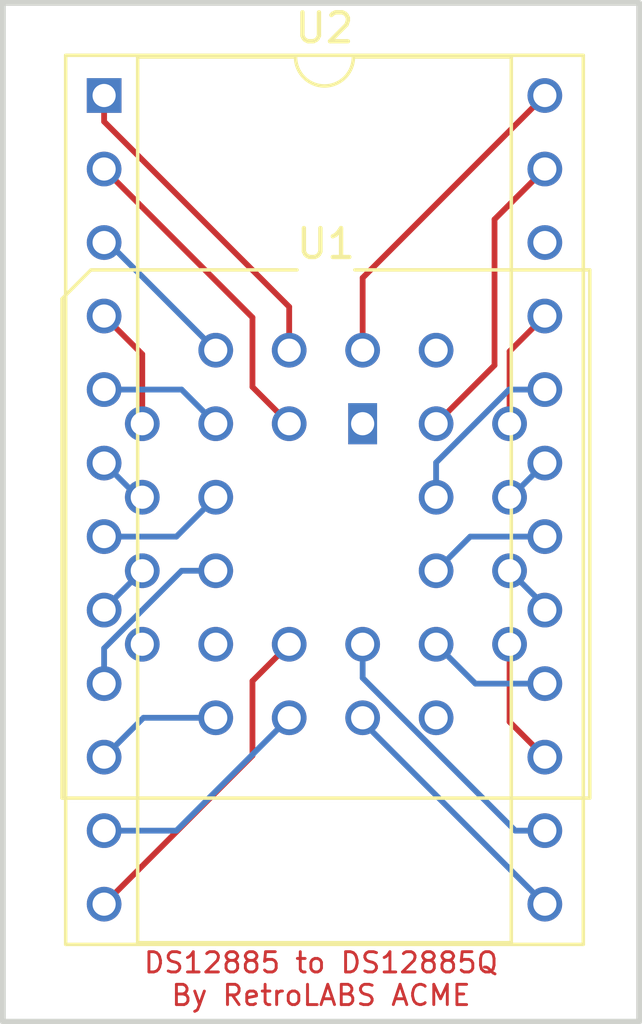
<source format=kicad_pcb>
(kicad_pcb (version 20240108) (generator "pcbnew") (generator_version "8.0")
  (layers (0 "F.Cu" signal) (31 "B.Cu" signal) (34 "B.Paste" user) (35 "F.Paste" user) (36 "B.SilkS" user "B.Silkscreen") (37 "F.SilkS" user "F.Silkscreen") (38 "B.Mask" user) (39 "F.Mask" user) (44 "Edge.Cuts" user))
  (net 0 "")
  (net 1 "Net-(U1-~{CS})")
  (net 2 "Net-(U1-AD7)")
  (net 3 "Net-(U1-X1)")
  (net 4 "Net-(U1-GND__1)")
  (net 6 "Net-(U1-DS)")
  (net 8 "Net-(U1-MOT)")
  (net 9 "Net-(U1-AD3)")
  (net 10 "Net-(U1-AS)")
  (net 11 "Net-(U1-AD1)")
  (net 12 "Net-(U1-AD2)")
  (net 13 "Net-(U1-~{IRQ})")
  (net 14 "Net-(U1-R{slash}*W)")
  (net 15 "Net-(U1-X2)")
  (net 16 "Net-(U1-AD5)")
  (net 17 "Net-(U1-AD4)")
  (net 18 "Net-(U1-VCC)")
  (net 19 "Net-(U1-GND)")
  (net 21 "Net-(U1-~{RCLR})")
  (net 22 "Net-(U1-VBAT)")
  (net 23 "Net-(U1-AD0)")
  (net 25 "Net-(U1-AD6)")
  (net 26 "Net-(U1-SQW)")
  (net 27 "Net-(U1-~{RESET})")
  (footprint "Package_LCC:PLCC-28_THT-Socket" (layer "F.Cu") (at 123.94 82.34)
    (property "Reference" "U1" (at -1.27 -6.215 0) (layer "F.SilkS"))
    (property "Value" "DS12885Q")
    (fp_line (start -10.395 -4.315) (end -10.395 12.935) (stroke (width 0.12)) (layer "F.SilkS"))
    (fp_line (start -10.395 12.935) (end 7.855 12.935) (stroke (width 0.12)) (layer "F.SilkS"))
    (fp_line (start -9.395 -5.315) (end -10.395 -4.315) (stroke (width 0.12)) (layer "F.SilkS"))
    (fp_line (start -2.27 -5.315) (end -9.395 -5.315) (stroke (width 0.12)) (layer "F.SilkS"))
    (fp_line (start 7.855 -5.315) (end -0.27 -5.315) (stroke (width 0.12)) (layer "F.SilkS"))
    (fp_line (start 7.855 12.935) (end 7.855 -5.315) (stroke (width 0.12)) (layer "F.SilkS"))
    (pad "1" thru_hole rect (at 0 0) (size 1 1.4224) (drill 0.8) (layers "*.Cu" "*.Mask"))
    (pad "2" thru_hole circle (at -2.54 -2.54) (size 1.2 1) (drill 0.8) (layers "*.Cu" "*.Mask") (net 8 "Net-(U1-MOT)"))
    (pad "3" thru_hole circle (at -2.54 0) (size 1.2 1) (drill 0.8) (layers "*.Cu" "*.Mask") (net 3 "Net-(U1-X1)"))
    (pad "4" thru_hole circle (at -5.08 -2.54) (size 1.2 1) (drill 0.8) (layers "*.Cu" "*.Mask") (net 15 "Net-(U1-X2)"))
    (pad "5" thru_hole circle (at -7.62 0) (size 1.2 1) (drill 0.8) (layers "*.Cu" "*.Mask") (net 23 "Net-(U1-AD0)"))
    (pad "6" thru_hole circle (at -5.08 0) (size 1.2 1) (drill 0.8) (layers "*.Cu" "*.Mask") (net 11 "Net-(U1-AD1)"))
    (pad "7" thru_hole circle (at -7.62 2.54) (size 1.2 1) (drill 0.8) (layers "*.Cu" "*.Mask") (net 12 "Net-(U1-AD2)"))
    (pad "8" thru_hole circle (at -5.08 2.54) (size 1.2 1) (drill 0.8) (layers "*.Cu" "*.Mask") (net 9 "Net-(U1-AD3)"))
    (pad "9" thru_hole circle (at -7.62 5.08) (size 1.2 1) (drill 0.8) (layers "*.Cu" "*.Mask") (net 17 "Net-(U1-AD4)"))
    (pad "10" thru_hole circle (at -5.08 5.08) (size 1.2 1) (drill 0.8) (layers "*.Cu" "*.Mask") (net 16 "Net-(U1-AD5)"))
    (pad "11" thru_hole circle (at -7.62 7.62) (size 1.2 1) (drill 0.8) (layers "*.Cu" "*.Mask"))
    (pad "12" thru_hole circle (at -5.08 10.16) (size 1.2 1) (drill 0.8) (layers "*.Cu" "*.Mask") (net 25 "Net-(U1-AD6)"))
    (pad "13" thru_hole circle (at -5.08 7.62) (size 1.2 1) (drill 0.8) (layers "*.Cu" "*.Mask"))
    (pad "14" thru_hole circle (at -2.54 10.16) (size 1.2 1) (drill 0.8) (layers "*.Cu" "*.Mask") (net 2 "Net-(U1-AD7)"))
    (pad "15" thru_hole circle (at -2.54 7.62) (size 1.2 1) (drill 0.8) (layers "*.Cu" "*.Mask") (net 19 "Net-(U1-GND)"))
    (pad "16" thru_hole circle (at 0 10.16) (size 1.2 1) (drill 0.8) (layers "*.Cu" "*.Mask") (net 1 "Net-(U1-~{CS})"))
    (pad "17" thru_hole circle (at 0 7.62) (size 1.2 1) (drill 0.8) (layers "*.Cu" "*.Mask") (net 10 "Net-(U1-AS)"))
    (pad "18" thru_hole circle (at 2.54 10.16) (size 1.2 1) (drill 0.8) (layers "*.Cu" "*.Mask"))
    (pad "19" thru_hole circle (at 5.08 7.62) (size 1.2 1) (drill 0.8) (layers "*.Cu" "*.Mask") (net 14 "Net-(U1-R{slash}*W)"))
    (pad "20" thru_hole circle (at 2.54 7.62) (size 1.2 1) (drill 0.8) (layers "*.Cu" "*.Mask") (net 4 "Net-(U1-GND__1)"))
    (pad "21" thru_hole circle (at 5.08 5.08) (size 1.2 1) (drill 0.8) (layers "*.Cu" "*.Mask") (net 6 "Net-(U1-DS)"))
    (pad "22" thru_hole circle (at 2.54 5.08) (size 1.2 1) (drill 0.8) (layers "*.Cu" "*.Mask") (net 27 "Net-(U1-~{RESET})"))
    (pad "23" thru_hole circle (at 5.08 2.54) (size 1.2 1) (drill 0.8) (layers "*.Cu" "*.Mask") (net 13 "Net-(U1-~{IRQ})"))
    (pad "24" thru_hole circle (at 2.54 2.54) (size 1.2 1) (drill 0.8) (layers "*.Cu" "*.Mask") (net 22 "Net-(U1-VBAT)"))
    (pad "25" thru_hole circle (at 5.08 0) (size 1.2 1) (drill 0.8) (layers "*.Cu" "*.Mask") (net 21 "Net-(U1-~{RCLR})"))
    (pad "26" thru_hole circle (at 2.54 -2.54) (size 1.2 1) (drill 0.8) (layers "*.Cu" "*.Mask"))
    (pad "27" thru_hole circle (at 2.54 0) (size 1.2 1) (drill 0.8) (layers "*.Cu" "*.Mask") (net 26 "Net-(U1-SQW)"))
    (pad "28" thru_hole circle (at 0 -2.54) (size 1.2 1) (drill 0.8) (layers "*.Cu" "*.Mask") (net 18 "Net-(U1-VCC)"))
  )
  (footprint "Package_DIP:DIP-24_W15.24mm_Socket" (layer "F.Cu") (at 115 71)
    (property "Reference" "U2" (at 7.62 -2.33 0) (layer "F.SilkS"))
    (property "Value" "DS12885_" (hide yes))
    (fp_line (start -1.33 -1.39) (end -1.33 29.33) (stroke (width 0.12)) (layer "F.SilkS"))
    (fp_line (start -1.33 29.33) (end 16.57 29.33) (stroke (width 0.12)) (layer "F.SilkS"))
    (fp_line (start 1.16 -1.33) (end 1.16 29.27) (stroke (width 0.12)) (layer "F.SilkS"))
    (fp_line (start 1.16 29.27) (end 14.08 29.27) (stroke (width 0.12)) (layer "F.SilkS"))
    (fp_line (start 6.62 -1.33) (end 1.16 -1.33) (stroke (width 0.12)) (layer "F.SilkS"))
    (fp_line (start 14.08 -1.33) (end 8.62 -1.33) (stroke (width 0.12)) (layer "F.SilkS"))
    (fp_line (start 14.08 29.27) (end 14.08 -1.33) (stroke (width 0.12)) (layer "F.SilkS"))
    (fp_line (start 16.57 -1.39) (end -1.33 -1.39) (stroke (width 0.12)) (layer "F.SilkS"))
    (fp_line (start 16.57 29.33) (end 16.57 -1.39) (stroke (width 0.12)) (layer "F.SilkS"))
    (fp_arc (start 8.62 -1.33) (mid 7.62 -0.33) (end 6.62 -1.33) (stroke (width 0.12)) (layer "F.SilkS"))
    (pad "1" thru_hole rect (at 0 0) (size 1.2 1.2) (drill 0.8) (layers "*.Cu" "*.Mask") (net 8 "Net-(U1-MOT)"))
    (pad "2" thru_hole circle (at 0 2.54) (size 1.2 1) (drill 0.8) (layers "*.Cu" "*.Mask") (net 3 "Net-(U1-X1)"))
    (pad "3" thru_hole circle (at 0 5.08) (size 1.2 1) (drill 0.8) (layers "*.Cu" "*.Mask") (net 15 "Net-(U1-X2)"))
    (pad "4" thru_hole circle (at 0 7.62) (size 1.2 1) (drill 0.8) (layers "*.Cu" "*.Mask") (net 23 "Net-(U1-AD0)"))
    (pad "5" thru_hole circle (at 0 10.16) (size 1.2 1) (drill 0.8) (layers "*.Cu" "*.Mask") (net 11 "Net-(U1-AD1)"))
    (pad "6" thru_hole circle (at 0 12.7) (size 1.2 1) (drill 0.8) (layers "*.Cu" "*.Mask") (net 12 "Net-(U1-AD2)"))
    (pad "7" thru_hole circle (at 0 15.24) (size 1.2 1) (drill 0.8) (layers "*.Cu" "*.Mask") (net 9 "Net-(U1-AD3)"))
    (pad "8" thru_hole circle (at 0 17.78) (size 1.2 1) (drill 0.8) (layers "*.Cu" "*.Mask") (net 17 "Net-(U1-AD4)"))
    (pad "9" thru_hole circle (at 0 20.32) (size 1.2 1) (drill 0.8) (layers "*.Cu" "*.Mask") (net 16 "Net-(U1-AD5)"))
    (pad "10" thru_hole circle (at 0 22.86) (size 1.2 1) (drill 0.8) (layers "*.Cu" "*.Mask") (net 25 "Net-(U1-AD6)"))
    (pad "11" thru_hole circle (at 0 25.4) (size 1.2 1) (drill 0.8) (layers "*.Cu" "*.Mask") (net 2 "Net-(U1-AD7)"))
    (pad "12" thru_hole circle (at 0 27.94) (size 1.2 1) (drill 0.8) (layers "*.Cu" "*.Mask") (net 19 "Net-(U1-GND)"))
    (pad "13" thru_hole circle (at 15.24 27.94) (size 1.2 1) (drill 0.8) (layers "*.Cu" "*.Mask") (net 1 "Net-(U1-~{CS})"))
    (pad "14" thru_hole circle (at 15.24 25.4) (size 1.2 1) (drill 0.8) (layers "*.Cu" "*.Mask") (net 10 "Net-(U1-AS)"))
    (pad "15" thru_hole circle (at 15.24 22.86) (size 1.2 1) (drill 0.8) (layers "*.Cu" "*.Mask") (net 14 "Net-(U1-R{slash}*W)"))
    (pad "16" thru_hole circle (at 15.24 20.32) (size 1.2 1) (drill 0.8) (layers "*.Cu" "*.Mask") (net 4 "Net-(U1-GND__1)"))
    (pad "17" thru_hole circle (at 15.24 17.78) (size 1.2 1) (drill 0.8) (layers "*.Cu" "*.Mask") (net 6 "Net-(U1-DS)"))
    (pad "18" thru_hole circle (at 15.24 15.24) (size 1.2 1) (drill 0.8) (layers "*.Cu" "*.Mask") (net 27 "Net-(U1-~{RESET})"))
    (pad "19" thru_hole circle (at 15.24 12.7) (size 1.2 1) (drill 0.8) (layers "*.Cu" "*.Mask") (net 13 "Net-(U1-~{IRQ})"))
    (pad "20" thru_hole circle (at 15.24 10.16) (size 1.2 1) (drill 0.8) (layers "*.Cu" "*.Mask") (net 22 "Net-(U1-VBAT)"))
    (pad "21" thru_hole circle (at 15.24 7.62) (size 1.2 1) (drill 0.8) (layers "*.Cu" "*.Mask") (net 21 "Net-(U1-~{RCLR})"))
    (pad "22" thru_hole circle (at 15.24 5.08) (size 1.2 1) (drill 0.8) (layers "*.Cu" "*.Mask"))
    (pad "23" thru_hole circle (at 15.24 2.54) (size 1.2 1) (drill 0.8) (layers "*.Cu" "*.Mask") (net 26 "Net-(U1-SQW)"))
    (pad "24" thru_hole circle (at 15.24 0) (size 1.2 1) (drill 0.8) (layers "*.Cu" "*.Mask") (net 18 "Net-(U1-VCC)"))
  )
  (gr_rect (start 111.5 67.8) (end 133.5 103) (stroke (width 0.2)) (fill none) (layer "Edge.Cuts"))
  (gr_text "DS12885 to DS12885Q\nBy RetroLABS ACME" (at 122.5 102.5 0) (layer "F.Cu") (effects (font (size 0.7 0.7) (thickness 0.1)) (justify bottom)))
  (segment (start 123.94 92.64) (end 130.24 98.94) (width 0.2) (layer "B.Cu") (net 1))
  (segment (start 123.94 92.5) (end 123.94 92.64) (width 0.2) (layer "B.Cu") (net 1))
  (segment (start 117.5 96.4) (end 115 96.4) (width 0.2) (layer "B.Cu") (net 2))
  (segment (start 121.4 92.5) (end 117.5 96.4) (width 0.2) (layer "B.Cu") (net 2))
  (segment (start 120.1301 78.6701) (end 115 73.54) (width 0.2) (layer "F.Cu") (net 3))
  (segment (start 121.4 82.34) (end 120.1301 81.0701) (width 0.2) (layer "F.Cu") (net 3))
  (segment (start 120.1301 81.0701) (end 120.1301 78.6701) (width 0.2) (layer "F.Cu") (net 3))
  (segment (start 127.84 91.32) (end 130.24 91.32) (width 0.2) (layer "B.Cu") (net 4))
  (segment (start 126.48 89.96) (end 127.84 91.32) (width 0.2) (layer "B.Cu") (net 4))
  (segment (start 129.02 87.42) (end 130.24 88.64) (width 0.2) (layer "B.Cu") (net 6))
  (segment (start 130.24 88.64) (end 130.24 88.78) (width 0.2) (layer "B.Cu") (net 6))
  (segment (start 121.4 79.8) (end 121.4 78.3017) (width 0.2) (layer "F.Cu") (net 8))
  (segment (start 121.4 78.3017) (end 115 71.9017) (width 0.2) (layer "F.Cu") (net 8))
  (segment (start 115 71) (end 115 71.9017) (width 0.2) (layer "F.Cu") (net 8))
  (segment (start 117.5 86.24) (end 115 86.24) (width 0.2) (layer "B.Cu") (net 9))
  (segment (start 118.86 84.88) (end 117.5 86.24) (width 0.2) (layer "B.Cu") (net 9))
  (segment (start 123.94 89.96) (end 123.94 91.1237) (width 0.2) (layer "B.Cu") (net 10))
  (segment (start 123.94 91.1237) (end 129.2163 96.4) (width 0.2) (layer "B.Cu") (net 10))
  (segment (start 129.2163 96.4) (end 130.24 96.4) (width 0.2) (layer "B.Cu") (net 10))
  (segment (start 117.68 81.16) (end 115 81.16) (width 0.2) (layer "B.Cu") (net 11))
  (segment (start 118.86 82.34) (end 117.68 81.16) (width 0.2) (layer "B.Cu") (net 11))
  (segment (start 116.18 84.88) (end 115 83.7) (width 0.2) (layer "B.Cu") (net 12))
  (segment (start 116.32 84.88) (end 116.18 84.88) (width 0.2) (layer "B.Cu") (net 12))
  (segment (start 129.02 84.88) (end 129.06 84.88) (width 0.2) (layer "B.Cu") (net 13))
  (segment (start 129.06 84.88) (end 130.24 83.7) (width 0.2) (layer "B.Cu") (net 13))
  (segment (start 129.02 92.64) (end 130.24 93.86) (width 0.2) (layer "F.Cu") (net 14))
  (segment (start 129.02 89.96) (end 129.02 92.64) (width 0.2) (layer "F.Cu") (net 14))
  (segment (start 118.86 79.8) (end 115.14 76.08) (width 0.2) (layer "B.Cu") (net 15))
  (segment (start 115.14 76.08) (end 115 76.08) (width 0.2) (layer "B.Cu") (net 15))
  (segment (start 115 90.1) (end 115 91.32) (width 0.2) (layer "B.Cu") (net 16))
  (segment (start 118.86 87.42) (end 117.68 87.42) (width 0.2) (layer "B.Cu") (net 16))
  (segment (start 117.68 87.42) (end 115 90.1) (width 0.2) (layer "B.Cu") (net 16))
  (segment (start 116.32 87.42) (end 115 88.74) (width 0.2) (layer "B.Cu") (net 17))
  (segment (start 115 88.74) (end 115 88.78) (width 0.2) (layer "B.Cu") (net 17))
  (segment (start 123.94 77.3) (end 130.24 71) (width 0.2) (layer "F.Cu") (net 18))
  (segment (start 123.94 79.8) (end 123.94 77.3) (width 0.2) (layer "F.Cu") (net 18))
  (segment (start 120.1301 91.2299) (end 120.1301 93.8099) (width 0.2) (layer "F.Cu") (net 19))
  (segment (start 121.4 89.96) (end 120.1301 91.2299) (width 0.2) (layer "F.Cu") (net 19))
  (segment (start 120.1301 93.8099) (end 115 98.94) (width 0.2) (layer "F.Cu") (net 19))
  (segment (start 129.02 79.84) (end 130.24 78.62) (width 0.2) (layer "F.Cu") (net 21))
  (segment (start 129.02 82.34) (end 129.02 79.84) (width 0.2) (layer "F.Cu") (net 21))
  (segment (start 126.48 83.6819) (end 129.0019 81.16) (width 0.2) (layer "B.Cu") (net 22))
  (segment (start 126.48 84.88) (end 126.48 83.6819) (width 0.2) (layer "B.Cu") (net 22))
  (segment (start 129.0019 81.16) (end 130.24 81.16) (width 0.2) (layer "B.Cu") (net 22))
  (segment (start 116.32 79.94) (end 115 78.62) (width 0.2) (layer "F.Cu") (net 23))
  (segment (start 116.32 82.34) (end 116.32 79.94) (width 0.2) (layer "F.Cu") (net 23))
  (segment (start 116.36 92.5) (end 115 93.86) (width 0.2) (layer "B.Cu") (net 25))
  (segment (start 118.86 92.5) (end 116.36 92.5) (width 0.2) (layer "B.Cu") (net 25))
  (segment (start 128.5002 80.3198) (end 128.5002 75.2798) (width 0.2) (layer "F.Cu") (net 26))
  (segment (start 128.5002 75.2798) (end 130.24 73.54) (width 0.2) (layer "F.Cu") (net 26))
  (segment (start 126.48 82.34) (end 128.5002 80.3198) (width 0.2) (layer "F.Cu") (net 26))
  (segment (start 126.48 87.42) (end 127.66 86.24) (width 0.2) (layer "B.Cu") (net 27))
  (segment (start 127.66 86.24) (end 130.24 86.24) (width 0.2) (layer "B.Cu") (net 27))
)
</source>
